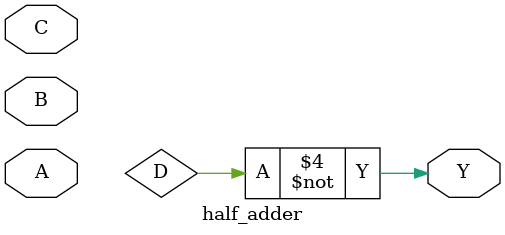
<source format=v>
module half_adder(input A,B,C, output Y);
    wire a,b,c,D;
    and(a,A,B);
    not(b,C);
    or(b,a,D);
    not(Y,D);
endmodule
</source>
